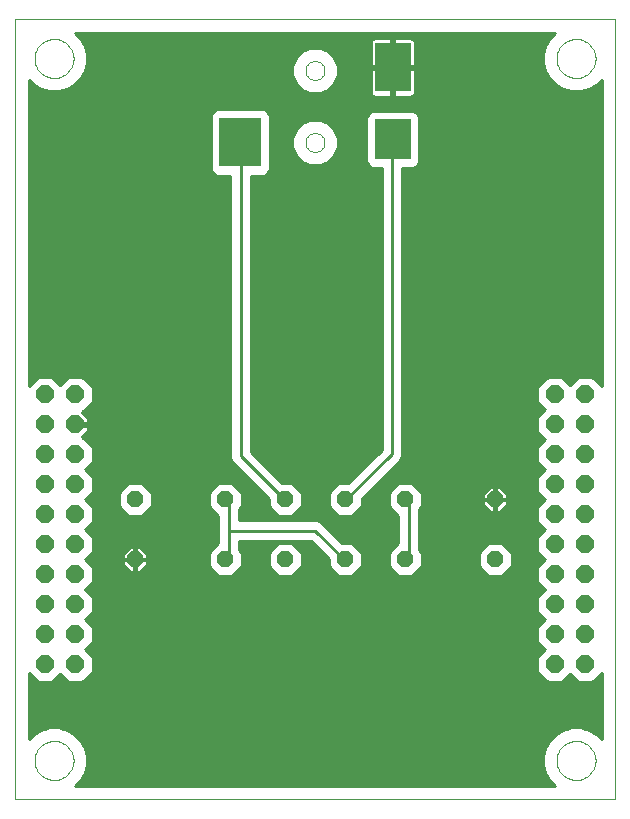
<source format=gtl>
G75*
G70*
%OFA0B0*%
%FSLAX24Y24*%
%IPPOS*%
%LPD*%
%AMOC8*
5,1,8,0,0,1.08239X$1,22.5*
%
%ADD10C,0.0000*%
%ADD11OC8,0.0520*%
%ADD12OC8,0.0594*%
%ADD13R,0.1189X0.1642*%
%ADD14R,0.1189X0.1327*%
%ADD15R,0.1386X0.1642*%
%ADD16C,0.0100*%
D10*
X000150Y000150D02*
X000150Y026150D01*
X020150Y026150D01*
X020150Y000150D01*
X000150Y000150D01*
X000800Y001450D02*
X000802Y001500D01*
X000808Y001550D01*
X000818Y001600D01*
X000831Y001648D01*
X000848Y001696D01*
X000869Y001742D01*
X000893Y001786D01*
X000921Y001828D01*
X000952Y001868D01*
X000986Y001905D01*
X001023Y001940D01*
X001062Y001971D01*
X001103Y002000D01*
X001147Y002025D01*
X001193Y002047D01*
X001240Y002065D01*
X001288Y002079D01*
X001337Y002090D01*
X001387Y002097D01*
X001437Y002100D01*
X001488Y002099D01*
X001538Y002094D01*
X001588Y002085D01*
X001636Y002073D01*
X001684Y002056D01*
X001730Y002036D01*
X001775Y002013D01*
X001818Y001986D01*
X001858Y001956D01*
X001896Y001923D01*
X001931Y001887D01*
X001964Y001848D01*
X001993Y001807D01*
X002019Y001764D01*
X002042Y001719D01*
X002061Y001672D01*
X002076Y001624D01*
X002088Y001575D01*
X002096Y001525D01*
X002100Y001475D01*
X002100Y001425D01*
X002096Y001375D01*
X002088Y001325D01*
X002076Y001276D01*
X002061Y001228D01*
X002042Y001181D01*
X002019Y001136D01*
X001993Y001093D01*
X001964Y001052D01*
X001931Y001013D01*
X001896Y000977D01*
X001858Y000944D01*
X001818Y000914D01*
X001775Y000887D01*
X001730Y000864D01*
X001684Y000844D01*
X001636Y000827D01*
X001588Y000815D01*
X001538Y000806D01*
X001488Y000801D01*
X001437Y000800D01*
X001387Y000803D01*
X001337Y000810D01*
X001288Y000821D01*
X001240Y000835D01*
X001193Y000853D01*
X001147Y000875D01*
X001103Y000900D01*
X001062Y000929D01*
X001023Y000960D01*
X000986Y000995D01*
X000952Y001032D01*
X000921Y001072D01*
X000893Y001114D01*
X000869Y001158D01*
X000848Y001204D01*
X000831Y001252D01*
X000818Y001300D01*
X000808Y001350D01*
X000802Y001400D01*
X000800Y001450D01*
X009835Y022050D02*
X009837Y022085D01*
X009843Y022120D01*
X009853Y022154D01*
X009866Y022187D01*
X009883Y022218D01*
X009904Y022246D01*
X009927Y022273D01*
X009954Y022296D01*
X009982Y022317D01*
X010013Y022334D01*
X010046Y022347D01*
X010080Y022357D01*
X010115Y022363D01*
X010150Y022365D01*
X010185Y022363D01*
X010220Y022357D01*
X010254Y022347D01*
X010287Y022334D01*
X010318Y022317D01*
X010346Y022296D01*
X010373Y022273D01*
X010396Y022246D01*
X010417Y022218D01*
X010434Y022187D01*
X010447Y022154D01*
X010457Y022120D01*
X010463Y022085D01*
X010465Y022050D01*
X010463Y022015D01*
X010457Y021980D01*
X010447Y021946D01*
X010434Y021913D01*
X010417Y021882D01*
X010396Y021854D01*
X010373Y021827D01*
X010346Y021804D01*
X010318Y021783D01*
X010287Y021766D01*
X010254Y021753D01*
X010220Y021743D01*
X010185Y021737D01*
X010150Y021735D01*
X010115Y021737D01*
X010080Y021743D01*
X010046Y021753D01*
X010013Y021766D01*
X009982Y021783D01*
X009954Y021804D01*
X009927Y021827D01*
X009904Y021854D01*
X009883Y021882D01*
X009866Y021913D01*
X009853Y021946D01*
X009843Y021980D01*
X009837Y022015D01*
X009835Y022050D01*
X009835Y024450D02*
X009837Y024485D01*
X009843Y024520D01*
X009853Y024554D01*
X009866Y024587D01*
X009883Y024618D01*
X009904Y024646D01*
X009927Y024673D01*
X009954Y024696D01*
X009982Y024717D01*
X010013Y024734D01*
X010046Y024747D01*
X010080Y024757D01*
X010115Y024763D01*
X010150Y024765D01*
X010185Y024763D01*
X010220Y024757D01*
X010254Y024747D01*
X010287Y024734D01*
X010318Y024717D01*
X010346Y024696D01*
X010373Y024673D01*
X010396Y024646D01*
X010417Y024618D01*
X010434Y024587D01*
X010447Y024554D01*
X010457Y024520D01*
X010463Y024485D01*
X010465Y024450D01*
X010463Y024415D01*
X010457Y024380D01*
X010447Y024346D01*
X010434Y024313D01*
X010417Y024282D01*
X010396Y024254D01*
X010373Y024227D01*
X010346Y024204D01*
X010318Y024183D01*
X010287Y024166D01*
X010254Y024153D01*
X010220Y024143D01*
X010185Y024137D01*
X010150Y024135D01*
X010115Y024137D01*
X010080Y024143D01*
X010046Y024153D01*
X010013Y024166D01*
X009982Y024183D01*
X009954Y024204D01*
X009927Y024227D01*
X009904Y024254D01*
X009883Y024282D01*
X009866Y024313D01*
X009853Y024346D01*
X009843Y024380D01*
X009837Y024415D01*
X009835Y024450D01*
X000800Y024850D02*
X000802Y024900D01*
X000808Y024950D01*
X000818Y025000D01*
X000831Y025048D01*
X000848Y025096D01*
X000869Y025142D01*
X000893Y025186D01*
X000921Y025228D01*
X000952Y025268D01*
X000986Y025305D01*
X001023Y025340D01*
X001062Y025371D01*
X001103Y025400D01*
X001147Y025425D01*
X001193Y025447D01*
X001240Y025465D01*
X001288Y025479D01*
X001337Y025490D01*
X001387Y025497D01*
X001437Y025500D01*
X001488Y025499D01*
X001538Y025494D01*
X001588Y025485D01*
X001636Y025473D01*
X001684Y025456D01*
X001730Y025436D01*
X001775Y025413D01*
X001818Y025386D01*
X001858Y025356D01*
X001896Y025323D01*
X001931Y025287D01*
X001964Y025248D01*
X001993Y025207D01*
X002019Y025164D01*
X002042Y025119D01*
X002061Y025072D01*
X002076Y025024D01*
X002088Y024975D01*
X002096Y024925D01*
X002100Y024875D01*
X002100Y024825D01*
X002096Y024775D01*
X002088Y024725D01*
X002076Y024676D01*
X002061Y024628D01*
X002042Y024581D01*
X002019Y024536D01*
X001993Y024493D01*
X001964Y024452D01*
X001931Y024413D01*
X001896Y024377D01*
X001858Y024344D01*
X001818Y024314D01*
X001775Y024287D01*
X001730Y024264D01*
X001684Y024244D01*
X001636Y024227D01*
X001588Y024215D01*
X001538Y024206D01*
X001488Y024201D01*
X001437Y024200D01*
X001387Y024203D01*
X001337Y024210D01*
X001288Y024221D01*
X001240Y024235D01*
X001193Y024253D01*
X001147Y024275D01*
X001103Y024300D01*
X001062Y024329D01*
X001023Y024360D01*
X000986Y024395D01*
X000952Y024432D01*
X000921Y024472D01*
X000893Y024514D01*
X000869Y024558D01*
X000848Y024604D01*
X000831Y024652D01*
X000818Y024700D01*
X000808Y024750D01*
X000802Y024800D01*
X000800Y024850D01*
X018200Y024850D02*
X018202Y024900D01*
X018208Y024950D01*
X018218Y025000D01*
X018231Y025048D01*
X018248Y025096D01*
X018269Y025142D01*
X018293Y025186D01*
X018321Y025228D01*
X018352Y025268D01*
X018386Y025305D01*
X018423Y025340D01*
X018462Y025371D01*
X018503Y025400D01*
X018547Y025425D01*
X018593Y025447D01*
X018640Y025465D01*
X018688Y025479D01*
X018737Y025490D01*
X018787Y025497D01*
X018837Y025500D01*
X018888Y025499D01*
X018938Y025494D01*
X018988Y025485D01*
X019036Y025473D01*
X019084Y025456D01*
X019130Y025436D01*
X019175Y025413D01*
X019218Y025386D01*
X019258Y025356D01*
X019296Y025323D01*
X019331Y025287D01*
X019364Y025248D01*
X019393Y025207D01*
X019419Y025164D01*
X019442Y025119D01*
X019461Y025072D01*
X019476Y025024D01*
X019488Y024975D01*
X019496Y024925D01*
X019500Y024875D01*
X019500Y024825D01*
X019496Y024775D01*
X019488Y024725D01*
X019476Y024676D01*
X019461Y024628D01*
X019442Y024581D01*
X019419Y024536D01*
X019393Y024493D01*
X019364Y024452D01*
X019331Y024413D01*
X019296Y024377D01*
X019258Y024344D01*
X019218Y024314D01*
X019175Y024287D01*
X019130Y024264D01*
X019084Y024244D01*
X019036Y024227D01*
X018988Y024215D01*
X018938Y024206D01*
X018888Y024201D01*
X018837Y024200D01*
X018787Y024203D01*
X018737Y024210D01*
X018688Y024221D01*
X018640Y024235D01*
X018593Y024253D01*
X018547Y024275D01*
X018503Y024300D01*
X018462Y024329D01*
X018423Y024360D01*
X018386Y024395D01*
X018352Y024432D01*
X018321Y024472D01*
X018293Y024514D01*
X018269Y024558D01*
X018248Y024604D01*
X018231Y024652D01*
X018218Y024700D01*
X018208Y024750D01*
X018202Y024800D01*
X018200Y024850D01*
X018200Y001450D02*
X018202Y001500D01*
X018208Y001550D01*
X018218Y001600D01*
X018231Y001648D01*
X018248Y001696D01*
X018269Y001742D01*
X018293Y001786D01*
X018321Y001828D01*
X018352Y001868D01*
X018386Y001905D01*
X018423Y001940D01*
X018462Y001971D01*
X018503Y002000D01*
X018547Y002025D01*
X018593Y002047D01*
X018640Y002065D01*
X018688Y002079D01*
X018737Y002090D01*
X018787Y002097D01*
X018837Y002100D01*
X018888Y002099D01*
X018938Y002094D01*
X018988Y002085D01*
X019036Y002073D01*
X019084Y002056D01*
X019130Y002036D01*
X019175Y002013D01*
X019218Y001986D01*
X019258Y001956D01*
X019296Y001923D01*
X019331Y001887D01*
X019364Y001848D01*
X019393Y001807D01*
X019419Y001764D01*
X019442Y001719D01*
X019461Y001672D01*
X019476Y001624D01*
X019488Y001575D01*
X019496Y001525D01*
X019500Y001475D01*
X019500Y001425D01*
X019496Y001375D01*
X019488Y001325D01*
X019476Y001276D01*
X019461Y001228D01*
X019442Y001181D01*
X019419Y001136D01*
X019393Y001093D01*
X019364Y001052D01*
X019331Y001013D01*
X019296Y000977D01*
X019258Y000944D01*
X019218Y000914D01*
X019175Y000887D01*
X019130Y000864D01*
X019084Y000844D01*
X019036Y000827D01*
X018988Y000815D01*
X018938Y000806D01*
X018888Y000801D01*
X018837Y000800D01*
X018787Y000803D01*
X018737Y000810D01*
X018688Y000821D01*
X018640Y000835D01*
X018593Y000853D01*
X018547Y000875D01*
X018503Y000900D01*
X018462Y000929D01*
X018423Y000960D01*
X018386Y000995D01*
X018352Y001032D01*
X018321Y001072D01*
X018293Y001114D01*
X018269Y001158D01*
X018248Y001204D01*
X018231Y001252D01*
X018218Y001300D01*
X018208Y001350D01*
X018202Y001400D01*
X018200Y001450D01*
D11*
X016150Y008150D03*
X016150Y010150D03*
X013150Y010150D03*
X013150Y008150D03*
X011150Y008150D03*
X011150Y010150D03*
X009150Y010150D03*
X009150Y008150D03*
X007150Y008150D03*
X007150Y010150D03*
X004150Y010150D03*
X004150Y008150D03*
D12*
X002150Y007650D03*
X002150Y006650D03*
X002150Y005650D03*
X002150Y004650D03*
X001150Y004650D03*
X001150Y005650D03*
X001150Y006650D03*
X001150Y007650D03*
X001150Y008650D03*
X001150Y009650D03*
X001150Y010650D03*
X001150Y011650D03*
X001150Y012650D03*
X001150Y013650D03*
X002150Y013650D03*
X002150Y012650D03*
X002150Y011650D03*
X002150Y010650D03*
X002150Y009650D03*
X002150Y008650D03*
X018150Y008650D03*
X018150Y009650D03*
X018150Y010650D03*
X018150Y011650D03*
X018150Y012650D03*
X018150Y013650D03*
X019150Y013650D03*
X019150Y012650D03*
X019150Y011650D03*
X019150Y010650D03*
X019150Y009650D03*
X019150Y008650D03*
X019150Y007650D03*
X019150Y006650D03*
X019150Y005650D03*
X019150Y004650D03*
X018150Y004650D03*
X018150Y005650D03*
X018150Y006650D03*
X018150Y007650D03*
D13*
X012744Y024550D03*
D14*
X012744Y022150D03*
D15*
X007657Y022050D03*
D16*
X007670Y021990D01*
X007670Y011590D01*
X009110Y010150D01*
X009150Y010150D01*
X009700Y010197D02*
X010600Y010197D01*
X010600Y010099D02*
X009700Y010099D01*
X009700Y010000D02*
X010600Y010000D01*
X010600Y009922D02*
X010922Y009600D01*
X011378Y009600D01*
X011700Y009922D01*
X011700Y010179D01*
X012903Y011382D01*
X012998Y011477D01*
X013050Y011602D01*
X013050Y021197D01*
X013397Y021197D01*
X013503Y021241D01*
X013585Y021322D01*
X013629Y021429D01*
X013629Y022871D01*
X013585Y022978D01*
X013503Y023059D01*
X013397Y023103D01*
X012092Y023103D01*
X011986Y023059D01*
X011904Y022978D01*
X011860Y022871D01*
X011860Y021429D01*
X011904Y021322D01*
X011986Y021241D01*
X012092Y021197D01*
X012370Y021197D01*
X012370Y011811D01*
X011259Y010700D01*
X010922Y010700D01*
X010600Y010378D01*
X010600Y009922D01*
X010621Y009902D02*
X009679Y009902D01*
X009700Y009922D02*
X009700Y010378D01*
X009378Y010700D01*
X009041Y010700D01*
X008010Y011731D01*
X008010Y020939D01*
X008408Y020939D01*
X008514Y020983D01*
X008596Y021065D01*
X008640Y021171D01*
X008640Y022929D01*
X008596Y023035D01*
X008514Y023117D01*
X008408Y023161D01*
X006906Y023161D01*
X006800Y023117D01*
X006718Y023035D01*
X006674Y022929D01*
X006674Y021171D01*
X006718Y021065D01*
X006800Y020983D01*
X006906Y020939D01*
X007330Y020939D01*
X007330Y011522D01*
X007382Y011397D01*
X007477Y011302D01*
X008600Y010179D01*
X008600Y009922D01*
X008922Y009600D01*
X009378Y009600D01*
X009700Y009922D01*
X009581Y009803D02*
X010719Y009803D01*
X010818Y009705D02*
X009482Y009705D01*
X009384Y009606D02*
X010916Y009606D01*
X010529Y009212D02*
X012930Y009212D01*
X012930Y009114D02*
X010627Y009114D01*
X010726Y009015D02*
X012930Y009015D01*
X012930Y008917D02*
X010824Y008917D01*
X010923Y008818D02*
X012930Y008818D01*
X012930Y008720D02*
X011021Y008720D01*
X011041Y008700D02*
X010438Y009303D01*
X010343Y009398D01*
X010218Y009450D01*
X007610Y009450D01*
X007610Y009832D01*
X007700Y009922D01*
X007700Y010378D01*
X007378Y010700D01*
X006922Y010700D01*
X006600Y010378D01*
X006600Y009922D01*
X006922Y009600D01*
X006930Y009600D01*
X006930Y008700D01*
X006922Y008700D01*
X006600Y008378D01*
X006600Y007922D01*
X006922Y007600D01*
X007378Y007600D01*
X007700Y007922D01*
X007700Y008378D01*
X007610Y008468D01*
X007610Y008770D01*
X010009Y008770D01*
X010600Y008179D01*
X010600Y007922D01*
X010922Y007600D01*
X011378Y007600D01*
X011700Y007922D01*
X011700Y008378D01*
X011378Y008700D01*
X011041Y008700D01*
X011457Y008621D02*
X012843Y008621D01*
X012922Y008700D02*
X012600Y008378D01*
X012600Y007922D01*
X012922Y007600D01*
X013378Y007600D01*
X013700Y007922D01*
X013700Y008378D01*
X013610Y008468D01*
X013610Y009832D01*
X013700Y009922D01*
X013700Y010378D01*
X013378Y010700D01*
X012922Y010700D01*
X012600Y010378D01*
X012600Y009922D01*
X012922Y009600D01*
X012930Y009600D01*
X012930Y008700D01*
X012922Y008700D01*
X012745Y008523D02*
X011555Y008523D01*
X011654Y008424D02*
X012646Y008424D01*
X012600Y008326D02*
X011700Y008326D01*
X011700Y008227D02*
X012600Y008227D01*
X012600Y008129D02*
X011700Y008129D01*
X011700Y008030D02*
X012600Y008030D01*
X012600Y007932D02*
X011700Y007932D01*
X011611Y007833D02*
X012689Y007833D01*
X012788Y007735D02*
X011512Y007735D01*
X011414Y007636D02*
X012886Y007636D01*
X013150Y008150D02*
X013190Y008150D01*
X013270Y008230D01*
X013270Y010070D01*
X013190Y010150D01*
X013150Y010150D01*
X012600Y010197D02*
X011718Y010197D01*
X011700Y010099D02*
X012600Y010099D01*
X012600Y010000D02*
X011700Y010000D01*
X011679Y009902D02*
X012621Y009902D01*
X012719Y009803D02*
X011581Y009803D01*
X011482Y009705D02*
X012818Y009705D01*
X012916Y009606D02*
X011384Y009606D01*
X011190Y010150D02*
X011150Y010150D01*
X011190Y010150D02*
X012710Y011670D01*
X012710Y022150D01*
X012744Y022150D01*
X012085Y023101D02*
X008530Y023101D01*
X008610Y023002D02*
X011929Y023002D01*
X011873Y022904D02*
X008640Y022904D01*
X008640Y022805D02*
X009974Y022805D01*
X009998Y022815D02*
X009717Y022699D01*
X009501Y022483D01*
X009385Y022202D01*
X009385Y021898D01*
X009501Y021617D01*
X009717Y021401D01*
X009998Y021285D01*
X010302Y021285D01*
X010583Y021401D01*
X010799Y021617D01*
X010915Y021898D01*
X010915Y022202D01*
X010799Y022483D01*
X010583Y022699D01*
X010302Y022815D01*
X009998Y022815D01*
X010326Y022805D02*
X011860Y022805D01*
X011860Y022707D02*
X010564Y022707D01*
X010674Y022608D02*
X011860Y022608D01*
X011860Y022510D02*
X010772Y022510D01*
X010828Y022411D02*
X011860Y022411D01*
X011860Y022313D02*
X010869Y022313D01*
X010910Y022214D02*
X011860Y022214D01*
X011860Y022116D02*
X010915Y022116D01*
X010915Y022017D02*
X011860Y022017D01*
X011860Y021919D02*
X010915Y021919D01*
X010883Y021820D02*
X011860Y021820D01*
X011860Y021722D02*
X010842Y021722D01*
X010801Y021623D02*
X011860Y021623D01*
X011860Y021525D02*
X010706Y021525D01*
X010608Y021426D02*
X011861Y021426D01*
X011902Y021328D02*
X010405Y021328D01*
X009895Y021328D02*
X008640Y021328D01*
X008640Y021426D02*
X009692Y021426D01*
X009594Y021525D02*
X008640Y021525D01*
X008640Y021623D02*
X009499Y021623D01*
X009458Y021722D02*
X008640Y021722D01*
X008640Y021820D02*
X009417Y021820D01*
X009385Y021919D02*
X008640Y021919D01*
X008640Y022017D02*
X009385Y022017D01*
X009385Y022116D02*
X008640Y022116D01*
X008640Y022214D02*
X009390Y022214D01*
X009431Y022313D02*
X008640Y022313D01*
X008640Y022411D02*
X009472Y022411D01*
X009528Y022510D02*
X008640Y022510D01*
X008640Y022608D02*
X009626Y022608D01*
X009736Y022707D02*
X008640Y022707D01*
X009531Y023987D02*
X002143Y023987D01*
X002125Y023970D02*
X002330Y024175D01*
X002475Y024425D01*
X002550Y024705D01*
X002550Y024995D01*
X002475Y025275D01*
X002330Y025525D01*
X002156Y025700D01*
X018144Y025700D01*
X017970Y025525D01*
X017825Y025275D01*
X017750Y024995D01*
X017750Y024705D01*
X017825Y024425D01*
X017970Y024175D01*
X018175Y023970D01*
X018425Y023825D01*
X018705Y023750D01*
X018995Y023750D01*
X019275Y023825D01*
X019525Y023970D01*
X019700Y024144D01*
X019700Y013930D01*
X019393Y014237D01*
X018907Y014237D01*
X018650Y013980D01*
X018393Y014237D01*
X017907Y014237D01*
X017563Y013893D01*
X017563Y013407D01*
X017820Y013150D01*
X017563Y012893D01*
X017563Y012407D01*
X017820Y012150D01*
X017563Y011893D01*
X017563Y011407D01*
X017820Y011150D01*
X017563Y010893D01*
X017563Y010407D01*
X017820Y010150D01*
X017563Y009893D01*
X017563Y009407D01*
X017820Y009150D01*
X017563Y008893D01*
X017563Y008407D01*
X017820Y008150D01*
X017563Y007893D01*
X017563Y007407D01*
X017820Y007150D01*
X017563Y006893D01*
X017563Y006407D01*
X017820Y006150D01*
X017563Y005893D01*
X017563Y005407D01*
X017820Y005150D01*
X017563Y004893D01*
X017563Y004407D01*
X017907Y004063D01*
X018393Y004063D01*
X018650Y004320D01*
X018907Y004063D01*
X019393Y004063D01*
X019700Y004370D01*
X019700Y002156D01*
X019525Y002330D01*
X019275Y002475D01*
X018995Y002550D01*
X018705Y002550D01*
X018425Y002475D01*
X018175Y002330D01*
X017970Y002125D01*
X017825Y001875D01*
X017750Y001595D01*
X017750Y001305D01*
X017825Y001025D01*
X017970Y000775D01*
X018144Y000600D01*
X002156Y000600D01*
X002330Y000775D01*
X002475Y001025D01*
X002550Y001305D01*
X002550Y001595D01*
X002475Y001875D01*
X002330Y002125D01*
X002125Y002330D01*
X001875Y002475D01*
X001595Y002550D01*
X001305Y002550D01*
X001025Y002475D01*
X000775Y002330D01*
X000600Y002156D01*
X000600Y004370D01*
X000907Y004063D01*
X001393Y004063D01*
X001650Y004320D01*
X001907Y004063D01*
X002393Y004063D01*
X002737Y004407D01*
X002737Y004893D01*
X002480Y005150D01*
X002737Y005407D01*
X002737Y005893D01*
X002480Y006150D01*
X002737Y006407D01*
X002737Y006893D01*
X002480Y007150D01*
X002737Y007407D01*
X002737Y007893D01*
X002480Y008150D01*
X002737Y008407D01*
X002737Y008893D01*
X002480Y009150D01*
X002737Y009407D01*
X002737Y009893D01*
X002480Y010150D01*
X002737Y010407D01*
X002737Y010893D01*
X002480Y011150D01*
X002737Y011407D01*
X002737Y011893D01*
X002393Y012237D01*
X002369Y012237D01*
X002597Y012465D01*
X002597Y012602D01*
X002198Y012602D01*
X002198Y012698D01*
X002597Y012698D01*
X002597Y012835D01*
X002369Y013063D01*
X002393Y013063D01*
X002737Y013407D01*
X002737Y013893D01*
X002393Y014237D01*
X001907Y014237D01*
X001650Y013980D01*
X001393Y014237D01*
X000907Y014237D01*
X000600Y013930D01*
X000600Y024144D01*
X000775Y023970D01*
X001025Y023825D01*
X001305Y023750D01*
X001595Y023750D01*
X001875Y023825D01*
X002125Y023970D01*
X001985Y023889D02*
X009630Y023889D01*
X009717Y023801D02*
X009998Y023685D01*
X010302Y023685D01*
X010583Y023801D01*
X010799Y024017D01*
X010915Y024298D01*
X010915Y024602D01*
X010799Y024883D01*
X010583Y025099D01*
X010302Y025215D01*
X009998Y025215D01*
X009717Y025099D01*
X009501Y024883D01*
X009385Y024602D01*
X009385Y024298D01*
X009501Y024017D01*
X009717Y023801D01*
X009744Y023790D02*
X001744Y023790D01*
X002241Y024086D02*
X009473Y024086D01*
X009432Y024184D02*
X002336Y024184D01*
X002393Y024283D02*
X009391Y024283D01*
X009385Y024381D02*
X002449Y024381D01*
X002490Y024480D02*
X009385Y024480D01*
X009385Y024578D02*
X002516Y024578D01*
X002542Y024677D02*
X009416Y024677D01*
X009457Y024775D02*
X002550Y024775D01*
X002550Y024874D02*
X009497Y024874D01*
X009590Y024972D02*
X002550Y024972D01*
X002530Y025071D02*
X009689Y025071D01*
X009887Y025169D02*
X002503Y025169D01*
X002477Y025268D02*
X012000Y025268D01*
X012000Y025366D02*
X002422Y025366D01*
X002365Y025465D02*
X012032Y025465D01*
X012030Y025463D02*
X012010Y025429D01*
X012000Y025391D01*
X012000Y024600D01*
X012694Y024600D01*
X012694Y024500D01*
X012000Y024500D01*
X012000Y023709D01*
X012010Y023671D01*
X012030Y023637D01*
X012058Y023609D01*
X012092Y023589D01*
X012130Y023579D01*
X012694Y023579D01*
X012694Y024500D01*
X012794Y024500D01*
X012794Y023579D01*
X013359Y023579D01*
X013397Y023589D01*
X013431Y023609D01*
X013459Y023637D01*
X013479Y023671D01*
X013489Y023709D01*
X013489Y024500D01*
X012794Y024500D01*
X012794Y024600D01*
X012694Y024600D01*
X012694Y025521D01*
X012130Y025521D01*
X012092Y025511D01*
X012058Y025491D01*
X012030Y025463D01*
X012000Y025169D02*
X010413Y025169D01*
X010611Y025071D02*
X012000Y025071D01*
X012000Y024972D02*
X010710Y024972D01*
X010803Y024874D02*
X012000Y024874D01*
X012000Y024775D02*
X010843Y024775D01*
X010884Y024677D02*
X012000Y024677D01*
X012000Y024480D02*
X010915Y024480D01*
X010915Y024578D02*
X012694Y024578D01*
X012694Y024480D02*
X012794Y024480D01*
X012794Y024578D02*
X017784Y024578D01*
X017810Y024480D02*
X013489Y024480D01*
X013489Y024381D02*
X017851Y024381D01*
X017907Y024283D02*
X013489Y024283D01*
X013489Y024184D02*
X017964Y024184D01*
X018059Y024086D02*
X013489Y024086D01*
X013489Y023987D02*
X018157Y023987D01*
X018315Y023889D02*
X013489Y023889D01*
X013489Y023790D02*
X018556Y023790D01*
X019144Y023790D02*
X019700Y023790D01*
X019700Y023692D02*
X013484Y023692D01*
X013403Y023593D02*
X019700Y023593D01*
X019700Y023495D02*
X000600Y023495D01*
X000600Y023593D02*
X012086Y023593D01*
X012005Y023692D02*
X010318Y023692D01*
X010556Y023790D02*
X012000Y023790D01*
X012000Y023889D02*
X010670Y023889D01*
X010769Y023987D02*
X012000Y023987D01*
X012000Y024086D02*
X010827Y024086D01*
X010868Y024184D02*
X012000Y024184D01*
X012000Y024283D02*
X010909Y024283D01*
X010915Y024381D02*
X012000Y024381D01*
X012694Y024381D02*
X012794Y024381D01*
X012794Y024283D02*
X012694Y024283D01*
X012694Y024184D02*
X012794Y024184D01*
X012794Y024086D02*
X012694Y024086D01*
X012694Y023987D02*
X012794Y023987D01*
X012794Y023889D02*
X012694Y023889D01*
X012694Y023790D02*
X012794Y023790D01*
X012794Y023692D02*
X012694Y023692D01*
X012694Y023593D02*
X012794Y023593D01*
X013403Y023101D02*
X019700Y023101D01*
X019700Y023199D02*
X000600Y023199D01*
X000600Y023101D02*
X006784Y023101D01*
X006705Y023002D02*
X000600Y023002D01*
X000600Y022904D02*
X006674Y022904D01*
X006674Y022805D02*
X000600Y022805D01*
X000600Y022707D02*
X006674Y022707D01*
X006674Y022608D02*
X000600Y022608D01*
X000600Y022510D02*
X006674Y022510D01*
X006674Y022411D02*
X000600Y022411D01*
X000600Y022313D02*
X006674Y022313D01*
X006674Y022214D02*
X000600Y022214D01*
X000600Y022116D02*
X006674Y022116D01*
X006674Y022017D02*
X000600Y022017D01*
X000600Y021919D02*
X006674Y021919D01*
X006674Y021820D02*
X000600Y021820D01*
X000600Y021722D02*
X006674Y021722D01*
X006674Y021623D02*
X000600Y021623D01*
X000600Y021525D02*
X006674Y021525D01*
X006674Y021426D02*
X000600Y021426D01*
X000600Y021328D02*
X006674Y021328D01*
X006674Y021229D02*
X000600Y021229D01*
X000600Y021131D02*
X006691Y021131D01*
X006751Y021032D02*
X000600Y021032D01*
X000600Y020934D02*
X007330Y020934D01*
X007330Y020835D02*
X000600Y020835D01*
X000600Y020737D02*
X007330Y020737D01*
X007330Y020638D02*
X000600Y020638D01*
X000600Y020540D02*
X007330Y020540D01*
X007330Y020441D02*
X000600Y020441D01*
X000600Y020343D02*
X007330Y020343D01*
X007330Y020244D02*
X000600Y020244D01*
X000600Y020146D02*
X007330Y020146D01*
X007330Y020047D02*
X000600Y020047D01*
X000600Y019949D02*
X007330Y019949D01*
X007330Y019850D02*
X000600Y019850D01*
X000600Y019752D02*
X007330Y019752D01*
X007330Y019653D02*
X000600Y019653D01*
X000600Y019555D02*
X007330Y019555D01*
X007330Y019456D02*
X000600Y019456D01*
X000600Y019358D02*
X007330Y019358D01*
X007330Y019259D02*
X000600Y019259D01*
X000600Y019161D02*
X007330Y019161D01*
X007330Y019062D02*
X000600Y019062D01*
X000600Y018964D02*
X007330Y018964D01*
X007330Y018865D02*
X000600Y018865D01*
X000600Y018767D02*
X007330Y018767D01*
X007330Y018668D02*
X000600Y018668D01*
X000600Y018570D02*
X007330Y018570D01*
X007330Y018471D02*
X000600Y018471D01*
X000600Y018373D02*
X007330Y018373D01*
X007330Y018274D02*
X000600Y018274D01*
X000600Y018176D02*
X007330Y018176D01*
X007330Y018077D02*
X000600Y018077D01*
X000600Y017979D02*
X007330Y017979D01*
X007330Y017880D02*
X000600Y017880D01*
X000600Y017782D02*
X007330Y017782D01*
X007330Y017683D02*
X000600Y017683D01*
X000600Y017585D02*
X007330Y017585D01*
X007330Y017486D02*
X000600Y017486D01*
X000600Y017388D02*
X007330Y017388D01*
X007330Y017289D02*
X000600Y017289D01*
X000600Y017191D02*
X007330Y017191D01*
X007330Y017092D02*
X000600Y017092D01*
X000600Y016994D02*
X007330Y016994D01*
X007330Y016895D02*
X000600Y016895D01*
X000600Y016797D02*
X007330Y016797D01*
X007330Y016698D02*
X000600Y016698D01*
X000600Y016600D02*
X007330Y016600D01*
X007330Y016501D02*
X000600Y016501D01*
X000600Y016403D02*
X007330Y016403D01*
X007330Y016304D02*
X000600Y016304D01*
X000600Y016206D02*
X007330Y016206D01*
X007330Y016107D02*
X000600Y016107D01*
X000600Y016009D02*
X007330Y016009D01*
X007330Y015910D02*
X000600Y015910D01*
X000600Y015812D02*
X007330Y015812D01*
X007330Y015713D02*
X000600Y015713D01*
X000600Y015615D02*
X007330Y015615D01*
X007330Y015516D02*
X000600Y015516D01*
X000600Y015418D02*
X007330Y015418D01*
X007330Y015319D02*
X000600Y015319D01*
X000600Y015221D02*
X007330Y015221D01*
X007330Y015122D02*
X000600Y015122D01*
X000600Y015024D02*
X007330Y015024D01*
X007330Y014925D02*
X000600Y014925D01*
X000600Y014827D02*
X007330Y014827D01*
X007330Y014728D02*
X000600Y014728D01*
X000600Y014630D02*
X007330Y014630D01*
X007330Y014531D02*
X000600Y014531D01*
X000600Y014433D02*
X007330Y014433D01*
X007330Y014334D02*
X000600Y014334D01*
X000600Y014236D02*
X000906Y014236D01*
X000807Y014137D02*
X000600Y014137D01*
X000600Y014039D02*
X000709Y014039D01*
X000610Y013940D02*
X000600Y013940D01*
X001394Y014236D02*
X001906Y014236D01*
X001807Y014137D02*
X001493Y014137D01*
X001591Y014039D02*
X001709Y014039D01*
X002394Y014236D02*
X007330Y014236D01*
X007330Y014137D02*
X002493Y014137D01*
X002591Y014039D02*
X007330Y014039D01*
X007330Y013940D02*
X002690Y013940D01*
X002737Y013842D02*
X007330Y013842D01*
X007330Y013743D02*
X002737Y013743D01*
X002737Y013645D02*
X007330Y013645D01*
X007330Y013546D02*
X002737Y013546D01*
X002737Y013448D02*
X007330Y013448D01*
X007330Y013349D02*
X002679Y013349D01*
X002580Y013251D02*
X007330Y013251D01*
X007330Y013152D02*
X002482Y013152D01*
X002378Y013054D02*
X007330Y013054D01*
X007330Y012955D02*
X002477Y012955D01*
X002575Y012857D02*
X007330Y012857D01*
X007330Y012758D02*
X002597Y012758D01*
X002597Y012561D02*
X007330Y012561D01*
X007330Y012463D02*
X002594Y012463D01*
X002496Y012364D02*
X007330Y012364D01*
X007330Y012266D02*
X002397Y012266D01*
X002463Y012167D02*
X007330Y012167D01*
X007330Y012069D02*
X002561Y012069D01*
X002660Y011970D02*
X007330Y011970D01*
X007330Y011872D02*
X002737Y011872D01*
X002737Y011773D02*
X007330Y011773D01*
X007330Y011675D02*
X002737Y011675D01*
X002737Y011576D02*
X007330Y011576D01*
X007349Y011478D02*
X002737Y011478D01*
X002709Y011379D02*
X007400Y011379D01*
X007499Y011281D02*
X002610Y011281D01*
X002512Y011182D02*
X007597Y011182D01*
X007696Y011084D02*
X002546Y011084D01*
X002645Y010985D02*
X007794Y010985D01*
X007893Y010887D02*
X002737Y010887D01*
X002737Y010788D02*
X007991Y010788D01*
X008090Y010690D02*
X007388Y010690D01*
X007487Y010591D02*
X008188Y010591D01*
X008287Y010493D02*
X007585Y010493D01*
X007684Y010394D02*
X008385Y010394D01*
X008484Y010296D02*
X007700Y010296D01*
X007700Y010197D02*
X008582Y010197D01*
X008600Y010099D02*
X007700Y010099D01*
X007700Y010000D02*
X008600Y010000D01*
X008621Y009902D02*
X007679Y009902D01*
X007610Y009803D02*
X008719Y009803D01*
X008818Y009705D02*
X007610Y009705D01*
X007610Y009606D02*
X008916Y009606D01*
X008922Y008700D02*
X008600Y008378D01*
X008600Y007922D01*
X008922Y007600D01*
X009378Y007600D01*
X009700Y007922D01*
X009700Y008378D01*
X009378Y008700D01*
X008922Y008700D01*
X008843Y008621D02*
X007610Y008621D01*
X007610Y008523D02*
X008745Y008523D01*
X008646Y008424D02*
X007654Y008424D01*
X007700Y008326D02*
X008600Y008326D01*
X008600Y008227D02*
X007700Y008227D01*
X007700Y008129D02*
X008600Y008129D01*
X008600Y008030D02*
X007700Y008030D01*
X007700Y007932D02*
X008600Y007932D01*
X008689Y007833D02*
X007611Y007833D01*
X007512Y007735D02*
X008788Y007735D01*
X008886Y007636D02*
X007414Y007636D01*
X007190Y008150D02*
X007150Y008150D01*
X007190Y008150D02*
X007270Y008230D01*
X007270Y009110D01*
X010150Y009110D01*
X011110Y008150D01*
X011150Y008150D01*
X010600Y008129D02*
X009700Y008129D01*
X009700Y008227D02*
X010552Y008227D01*
X010454Y008326D02*
X009700Y008326D01*
X009654Y008424D02*
X010355Y008424D01*
X010257Y008523D02*
X009555Y008523D01*
X009457Y008621D02*
X010158Y008621D01*
X010060Y008720D02*
X007610Y008720D01*
X007270Y009110D02*
X007270Y010070D01*
X007190Y010150D01*
X007150Y010150D01*
X006719Y009803D02*
X004581Y009803D01*
X004679Y009902D02*
X006621Y009902D01*
X006600Y010000D02*
X004700Y010000D01*
X004700Y009922D02*
X004378Y009600D01*
X003922Y009600D01*
X003600Y009922D01*
X003600Y010378D01*
X003922Y010700D01*
X004378Y010700D01*
X004700Y010378D01*
X004700Y009922D01*
X004700Y010099D02*
X006600Y010099D01*
X006600Y010197D02*
X004700Y010197D01*
X004700Y010296D02*
X006600Y010296D01*
X006616Y010394D02*
X004684Y010394D01*
X004585Y010493D02*
X006715Y010493D01*
X006813Y010591D02*
X004487Y010591D01*
X004388Y010690D02*
X006912Y010690D01*
X006818Y009705D02*
X004482Y009705D01*
X004384Y009606D02*
X006916Y009606D01*
X006930Y009508D02*
X002737Y009508D01*
X002737Y009606D02*
X003916Y009606D01*
X003818Y009705D02*
X002737Y009705D01*
X002737Y009803D02*
X003719Y009803D01*
X003621Y009902D02*
X002728Y009902D01*
X002630Y010000D02*
X003600Y010000D01*
X003600Y010099D02*
X002531Y010099D01*
X002527Y010197D02*
X003600Y010197D01*
X003600Y010296D02*
X002625Y010296D01*
X002724Y010394D02*
X003616Y010394D01*
X003715Y010493D02*
X002737Y010493D01*
X002737Y010591D02*
X003813Y010591D01*
X003912Y010690D02*
X002737Y010690D01*
X002737Y009409D02*
X006930Y009409D01*
X006930Y009311D02*
X002640Y009311D01*
X002542Y009212D02*
X006930Y009212D01*
X006930Y009114D02*
X002516Y009114D01*
X002615Y009015D02*
X006930Y009015D01*
X006930Y008917D02*
X002713Y008917D01*
X002737Y008818D02*
X006930Y008818D01*
X006930Y008720D02*
X002737Y008720D01*
X002737Y008621D02*
X006843Y008621D01*
X006745Y008523D02*
X004357Y008523D01*
X004320Y008560D02*
X004180Y008560D01*
X004180Y008180D01*
X004560Y008180D01*
X004560Y008320D01*
X004320Y008560D01*
X004180Y008523D02*
X004120Y008523D01*
X004120Y008560D02*
X003980Y008560D01*
X003740Y008320D01*
X003740Y008180D01*
X004120Y008180D01*
X004120Y008560D01*
X004120Y008424D02*
X004180Y008424D01*
X004180Y008326D02*
X004120Y008326D01*
X004120Y008227D02*
X004180Y008227D01*
X004180Y008180D02*
X004120Y008180D01*
X004120Y008120D01*
X004180Y008120D01*
X004180Y008180D01*
X004180Y008129D02*
X006600Y008129D01*
X006600Y008227D02*
X004560Y008227D01*
X004554Y008326D02*
X006600Y008326D01*
X006646Y008424D02*
X004456Y008424D01*
X004560Y008120D02*
X004180Y008120D01*
X004180Y007740D01*
X004320Y007740D01*
X004560Y007980D01*
X004560Y008120D01*
X004560Y008030D02*
X006600Y008030D01*
X006600Y007932D02*
X004511Y007932D01*
X004413Y007833D02*
X006689Y007833D01*
X006788Y007735D02*
X002737Y007735D01*
X002737Y007833D02*
X003887Y007833D01*
X003980Y007740D02*
X004120Y007740D01*
X004120Y008120D01*
X003740Y008120D01*
X003740Y007980D01*
X003980Y007740D01*
X004120Y007833D02*
X004180Y007833D01*
X004180Y007932D02*
X004120Y007932D01*
X004120Y008030D02*
X004180Y008030D01*
X004120Y008129D02*
X002501Y008129D01*
X002557Y008227D02*
X003740Y008227D01*
X003746Y008326D02*
X002655Y008326D01*
X002737Y008424D02*
X003844Y008424D01*
X003943Y008523D02*
X002737Y008523D01*
X002600Y008030D02*
X003740Y008030D01*
X003789Y007932D02*
X002698Y007932D01*
X002737Y007636D02*
X006886Y007636D01*
X007610Y009508D02*
X012930Y009508D01*
X012930Y009409D02*
X010317Y009409D01*
X010430Y009311D02*
X012930Y009311D01*
X013610Y009311D02*
X017660Y009311D01*
X017563Y009409D02*
X013610Y009409D01*
X013610Y009508D02*
X017563Y009508D01*
X017563Y009606D02*
X013610Y009606D01*
X013610Y009705D02*
X017563Y009705D01*
X017563Y009803D02*
X016383Y009803D01*
X016320Y009740D02*
X016560Y009980D01*
X016560Y010120D01*
X016180Y010120D01*
X016180Y010180D01*
X016560Y010180D01*
X016560Y010320D01*
X016320Y010560D01*
X016180Y010560D01*
X016180Y010180D01*
X016120Y010180D01*
X016120Y010560D01*
X015980Y010560D01*
X015740Y010320D01*
X015740Y010180D01*
X016120Y010180D01*
X016120Y010120D01*
X016180Y010120D01*
X016180Y009740D01*
X016320Y009740D01*
X016180Y009803D02*
X016120Y009803D01*
X016120Y009740D02*
X016120Y010120D01*
X015740Y010120D01*
X015740Y009980D01*
X015980Y009740D01*
X016120Y009740D01*
X016120Y009902D02*
X016180Y009902D01*
X016180Y010000D02*
X016120Y010000D01*
X016120Y010099D02*
X016180Y010099D01*
X016180Y010197D02*
X016120Y010197D01*
X016120Y010296D02*
X016180Y010296D01*
X016180Y010394D02*
X016120Y010394D01*
X016120Y010493D02*
X016180Y010493D01*
X016387Y010493D02*
X017563Y010493D01*
X017563Y010591D02*
X013487Y010591D01*
X013585Y010493D02*
X015913Y010493D01*
X015814Y010394D02*
X013684Y010394D01*
X013700Y010296D02*
X015740Y010296D01*
X015740Y010197D02*
X013700Y010197D01*
X013700Y010099D02*
X015740Y010099D01*
X015740Y010000D02*
X013700Y010000D01*
X013679Y009902D02*
X015819Y009902D01*
X015917Y009803D02*
X013610Y009803D01*
X013610Y009212D02*
X017758Y009212D01*
X017784Y009114D02*
X013610Y009114D01*
X013610Y009015D02*
X017685Y009015D01*
X017587Y008917D02*
X013610Y008917D01*
X013610Y008818D02*
X017563Y008818D01*
X017563Y008720D02*
X013610Y008720D01*
X013610Y008621D02*
X015843Y008621D01*
X015922Y008700D02*
X015600Y008378D01*
X015600Y007922D01*
X015922Y007600D01*
X016378Y007600D01*
X016700Y007922D01*
X016700Y008378D01*
X016378Y008700D01*
X015922Y008700D01*
X015745Y008523D02*
X013610Y008523D01*
X013654Y008424D02*
X015646Y008424D01*
X015600Y008326D02*
X013700Y008326D01*
X013700Y008227D02*
X015600Y008227D01*
X015600Y008129D02*
X013700Y008129D01*
X013700Y008030D02*
X015600Y008030D01*
X015600Y007932D02*
X013700Y007932D01*
X013611Y007833D02*
X015689Y007833D01*
X015788Y007735D02*
X013512Y007735D01*
X013414Y007636D02*
X015886Y007636D01*
X016414Y007636D02*
X017563Y007636D01*
X017563Y007538D02*
X002737Y007538D01*
X002737Y007439D02*
X017563Y007439D01*
X017630Y007341D02*
X002670Y007341D01*
X002572Y007242D02*
X017728Y007242D01*
X017814Y007144D02*
X002486Y007144D01*
X002585Y007045D02*
X017715Y007045D01*
X017617Y006947D02*
X002683Y006947D01*
X002737Y006848D02*
X017563Y006848D01*
X017563Y006750D02*
X002737Y006750D01*
X002737Y006651D02*
X017563Y006651D01*
X017563Y006553D02*
X002737Y006553D01*
X002737Y006454D02*
X017563Y006454D01*
X017615Y006356D02*
X002685Y006356D01*
X002587Y006257D02*
X017713Y006257D01*
X017812Y006159D02*
X002488Y006159D01*
X002570Y006060D02*
X017730Y006060D01*
X017632Y005962D02*
X002668Y005962D01*
X002737Y005863D02*
X017563Y005863D01*
X017563Y005765D02*
X002737Y005765D01*
X002737Y005666D02*
X017563Y005666D01*
X017563Y005568D02*
X002737Y005568D01*
X002737Y005469D02*
X017563Y005469D01*
X017600Y005371D02*
X002700Y005371D01*
X002602Y005272D02*
X017698Y005272D01*
X017797Y005174D02*
X002503Y005174D01*
X002555Y005075D02*
X017745Y005075D01*
X017647Y004977D02*
X002653Y004977D01*
X002737Y004878D02*
X017563Y004878D01*
X017563Y004780D02*
X002737Y004780D01*
X002737Y004681D02*
X017563Y004681D01*
X017563Y004583D02*
X002737Y004583D01*
X002737Y004484D02*
X017563Y004484D01*
X017585Y004386D02*
X002715Y004386D01*
X002617Y004287D02*
X017683Y004287D01*
X017782Y004189D02*
X002518Y004189D01*
X002420Y004090D02*
X017880Y004090D01*
X018420Y004090D02*
X018880Y004090D01*
X018782Y004189D02*
X018518Y004189D01*
X018617Y004287D02*
X018683Y004287D01*
X019420Y004090D02*
X019700Y004090D01*
X019700Y003992D02*
X000600Y003992D01*
X000600Y004090D02*
X000880Y004090D01*
X000782Y004189D02*
X000600Y004189D01*
X000600Y004287D02*
X000683Y004287D01*
X000600Y003893D02*
X019700Y003893D01*
X019700Y003795D02*
X000600Y003795D01*
X000600Y003696D02*
X019700Y003696D01*
X019700Y003598D02*
X000600Y003598D01*
X000600Y003499D02*
X019700Y003499D01*
X019700Y003401D02*
X000600Y003401D01*
X000600Y003302D02*
X019700Y003302D01*
X019700Y003204D02*
X000600Y003204D01*
X000600Y003105D02*
X019700Y003105D01*
X019700Y003007D02*
X000600Y003007D01*
X000600Y002908D02*
X019700Y002908D01*
X019700Y002810D02*
X000600Y002810D01*
X000600Y002711D02*
X019700Y002711D01*
X019700Y002613D02*
X000600Y002613D01*
X000600Y002514D02*
X001171Y002514D01*
X000922Y002416D02*
X000600Y002416D01*
X000600Y002317D02*
X000761Y002317D01*
X000663Y002219D02*
X000600Y002219D01*
X001729Y002514D02*
X018571Y002514D01*
X018322Y002416D02*
X001978Y002416D01*
X002139Y002317D02*
X018161Y002317D01*
X018063Y002219D02*
X002237Y002219D01*
X002333Y002120D02*
X017967Y002120D01*
X017910Y002022D02*
X002390Y002022D01*
X002447Y001923D02*
X017853Y001923D01*
X017812Y001825D02*
X002488Y001825D01*
X002515Y001726D02*
X017785Y001726D01*
X017759Y001628D02*
X002541Y001628D01*
X002550Y001529D02*
X017750Y001529D01*
X017750Y001431D02*
X002550Y001431D01*
X002550Y001332D02*
X017750Y001332D01*
X017769Y001234D02*
X002531Y001234D01*
X002504Y001135D02*
X017796Y001135D01*
X017822Y001037D02*
X002478Y001037D01*
X002425Y000938D02*
X017875Y000938D01*
X017932Y000840D02*
X002368Y000840D01*
X002297Y000741D02*
X018003Y000741D01*
X018102Y000643D02*
X002198Y000643D01*
X001880Y004090D02*
X001420Y004090D01*
X001518Y004189D02*
X001782Y004189D01*
X001683Y004287D02*
X001617Y004287D01*
X002198Y012660D02*
X007330Y012660D01*
X008010Y012660D02*
X012370Y012660D01*
X012370Y012758D02*
X008010Y012758D01*
X008010Y012857D02*
X012370Y012857D01*
X012370Y012955D02*
X008010Y012955D01*
X008010Y013054D02*
X012370Y013054D01*
X012370Y013152D02*
X008010Y013152D01*
X008010Y013251D02*
X012370Y013251D01*
X012370Y013349D02*
X008010Y013349D01*
X008010Y013448D02*
X012370Y013448D01*
X012370Y013546D02*
X008010Y013546D01*
X008010Y013645D02*
X012370Y013645D01*
X012370Y013743D02*
X008010Y013743D01*
X008010Y013842D02*
X012370Y013842D01*
X012370Y013940D02*
X008010Y013940D01*
X008010Y014039D02*
X012370Y014039D01*
X012370Y014137D02*
X008010Y014137D01*
X008010Y014236D02*
X012370Y014236D01*
X012370Y014334D02*
X008010Y014334D01*
X008010Y014433D02*
X012370Y014433D01*
X012370Y014531D02*
X008010Y014531D01*
X008010Y014630D02*
X012370Y014630D01*
X012370Y014728D02*
X008010Y014728D01*
X008010Y014827D02*
X012370Y014827D01*
X012370Y014925D02*
X008010Y014925D01*
X008010Y015024D02*
X012370Y015024D01*
X012370Y015122D02*
X008010Y015122D01*
X008010Y015221D02*
X012370Y015221D01*
X012370Y015319D02*
X008010Y015319D01*
X008010Y015418D02*
X012370Y015418D01*
X012370Y015516D02*
X008010Y015516D01*
X008010Y015615D02*
X012370Y015615D01*
X012370Y015713D02*
X008010Y015713D01*
X008010Y015812D02*
X012370Y015812D01*
X012370Y015910D02*
X008010Y015910D01*
X008010Y016009D02*
X012370Y016009D01*
X012370Y016107D02*
X008010Y016107D01*
X008010Y016206D02*
X012370Y016206D01*
X012370Y016304D02*
X008010Y016304D01*
X008010Y016403D02*
X012370Y016403D01*
X012370Y016501D02*
X008010Y016501D01*
X008010Y016600D02*
X012370Y016600D01*
X012370Y016698D02*
X008010Y016698D01*
X008010Y016797D02*
X012370Y016797D01*
X012370Y016895D02*
X008010Y016895D01*
X008010Y016994D02*
X012370Y016994D01*
X012370Y017092D02*
X008010Y017092D01*
X008010Y017191D02*
X012370Y017191D01*
X012370Y017289D02*
X008010Y017289D01*
X008010Y017388D02*
X012370Y017388D01*
X012370Y017486D02*
X008010Y017486D01*
X008010Y017585D02*
X012370Y017585D01*
X012370Y017683D02*
X008010Y017683D01*
X008010Y017782D02*
X012370Y017782D01*
X012370Y017880D02*
X008010Y017880D01*
X008010Y017979D02*
X012370Y017979D01*
X012370Y018077D02*
X008010Y018077D01*
X008010Y018176D02*
X012370Y018176D01*
X012370Y018274D02*
X008010Y018274D01*
X008010Y018373D02*
X012370Y018373D01*
X012370Y018471D02*
X008010Y018471D01*
X008010Y018570D02*
X012370Y018570D01*
X012370Y018668D02*
X008010Y018668D01*
X008010Y018767D02*
X012370Y018767D01*
X012370Y018865D02*
X008010Y018865D01*
X008010Y018964D02*
X012370Y018964D01*
X012370Y019062D02*
X008010Y019062D01*
X008010Y019161D02*
X012370Y019161D01*
X012370Y019259D02*
X008010Y019259D01*
X008010Y019358D02*
X012370Y019358D01*
X012370Y019456D02*
X008010Y019456D01*
X008010Y019555D02*
X012370Y019555D01*
X012370Y019653D02*
X008010Y019653D01*
X008010Y019752D02*
X012370Y019752D01*
X012370Y019850D02*
X008010Y019850D01*
X008010Y019949D02*
X012370Y019949D01*
X012370Y020047D02*
X008010Y020047D01*
X008010Y020146D02*
X012370Y020146D01*
X012370Y020244D02*
X008010Y020244D01*
X008010Y020343D02*
X012370Y020343D01*
X012370Y020441D02*
X008010Y020441D01*
X008010Y020540D02*
X012370Y020540D01*
X012370Y020638D02*
X008010Y020638D01*
X008010Y020737D02*
X012370Y020737D01*
X012370Y020835D02*
X008010Y020835D01*
X008010Y020934D02*
X012370Y020934D01*
X012370Y021032D02*
X008563Y021032D01*
X008623Y021131D02*
X012370Y021131D01*
X012014Y021229D02*
X008640Y021229D01*
X009982Y023692D02*
X000600Y023692D01*
X000600Y023790D02*
X001156Y023790D01*
X000915Y023889D02*
X000600Y023889D01*
X000600Y023987D02*
X000757Y023987D01*
X000659Y024086D02*
X000600Y024086D01*
X000600Y023396D02*
X019700Y023396D01*
X019700Y023298D02*
X000600Y023298D01*
X002293Y025563D02*
X018007Y025563D01*
X017935Y025465D02*
X013457Y025465D01*
X013459Y025463D02*
X013431Y025491D01*
X013397Y025511D01*
X013359Y025521D01*
X012794Y025521D01*
X012794Y024600D01*
X013489Y024600D01*
X013489Y025391D01*
X013479Y025429D01*
X013459Y025463D01*
X013489Y025366D02*
X017878Y025366D01*
X017823Y025268D02*
X013489Y025268D01*
X013489Y025169D02*
X017797Y025169D01*
X017770Y025071D02*
X013489Y025071D01*
X013489Y024972D02*
X017750Y024972D01*
X017750Y024874D02*
X013489Y024874D01*
X013489Y024775D02*
X017750Y024775D01*
X017758Y024677D02*
X013489Y024677D01*
X012794Y024677D02*
X012694Y024677D01*
X012694Y024775D02*
X012794Y024775D01*
X012794Y024874D02*
X012694Y024874D01*
X012694Y024972D02*
X012794Y024972D01*
X012794Y025071D02*
X012694Y025071D01*
X012694Y025169D02*
X012794Y025169D01*
X012794Y025268D02*
X012694Y025268D01*
X012694Y025366D02*
X012794Y025366D01*
X012794Y025465D02*
X012694Y025465D01*
X013560Y023002D02*
X019700Y023002D01*
X019700Y022904D02*
X013616Y022904D01*
X013629Y022805D02*
X019700Y022805D01*
X019700Y022707D02*
X013629Y022707D01*
X013629Y022608D02*
X019700Y022608D01*
X019700Y022510D02*
X013629Y022510D01*
X013629Y022411D02*
X019700Y022411D01*
X019700Y022313D02*
X013629Y022313D01*
X013629Y022214D02*
X019700Y022214D01*
X019700Y022116D02*
X013629Y022116D01*
X013629Y022017D02*
X019700Y022017D01*
X019700Y021919D02*
X013629Y021919D01*
X013629Y021820D02*
X019700Y021820D01*
X019700Y021722D02*
X013629Y021722D01*
X013629Y021623D02*
X019700Y021623D01*
X019700Y021525D02*
X013629Y021525D01*
X013628Y021426D02*
X019700Y021426D01*
X019700Y021328D02*
X013587Y021328D01*
X013475Y021229D02*
X019700Y021229D01*
X019700Y021131D02*
X013050Y021131D01*
X013050Y021032D02*
X019700Y021032D01*
X019700Y020934D02*
X013050Y020934D01*
X013050Y020835D02*
X019700Y020835D01*
X019700Y020737D02*
X013050Y020737D01*
X013050Y020638D02*
X019700Y020638D01*
X019700Y020540D02*
X013050Y020540D01*
X013050Y020441D02*
X019700Y020441D01*
X019700Y020343D02*
X013050Y020343D01*
X013050Y020244D02*
X019700Y020244D01*
X019700Y020146D02*
X013050Y020146D01*
X013050Y020047D02*
X019700Y020047D01*
X019700Y019949D02*
X013050Y019949D01*
X013050Y019850D02*
X019700Y019850D01*
X019700Y019752D02*
X013050Y019752D01*
X013050Y019653D02*
X019700Y019653D01*
X019700Y019555D02*
X013050Y019555D01*
X013050Y019456D02*
X019700Y019456D01*
X019700Y019358D02*
X013050Y019358D01*
X013050Y019259D02*
X019700Y019259D01*
X019700Y019161D02*
X013050Y019161D01*
X013050Y019062D02*
X019700Y019062D01*
X019700Y018964D02*
X013050Y018964D01*
X013050Y018865D02*
X019700Y018865D01*
X019700Y018767D02*
X013050Y018767D01*
X013050Y018668D02*
X019700Y018668D01*
X019700Y018570D02*
X013050Y018570D01*
X013050Y018471D02*
X019700Y018471D01*
X019700Y018373D02*
X013050Y018373D01*
X013050Y018274D02*
X019700Y018274D01*
X019700Y018176D02*
X013050Y018176D01*
X013050Y018077D02*
X019700Y018077D01*
X019700Y017979D02*
X013050Y017979D01*
X013050Y017880D02*
X019700Y017880D01*
X019700Y017782D02*
X013050Y017782D01*
X013050Y017683D02*
X019700Y017683D01*
X019700Y017585D02*
X013050Y017585D01*
X013050Y017486D02*
X019700Y017486D01*
X019700Y017388D02*
X013050Y017388D01*
X013050Y017289D02*
X019700Y017289D01*
X019700Y017191D02*
X013050Y017191D01*
X013050Y017092D02*
X019700Y017092D01*
X019700Y016994D02*
X013050Y016994D01*
X013050Y016895D02*
X019700Y016895D01*
X019700Y016797D02*
X013050Y016797D01*
X013050Y016698D02*
X019700Y016698D01*
X019700Y016600D02*
X013050Y016600D01*
X013050Y016501D02*
X019700Y016501D01*
X019700Y016403D02*
X013050Y016403D01*
X013050Y016304D02*
X019700Y016304D01*
X019700Y016206D02*
X013050Y016206D01*
X013050Y016107D02*
X019700Y016107D01*
X019700Y016009D02*
X013050Y016009D01*
X013050Y015910D02*
X019700Y015910D01*
X019700Y015812D02*
X013050Y015812D01*
X013050Y015713D02*
X019700Y015713D01*
X019700Y015615D02*
X013050Y015615D01*
X013050Y015516D02*
X019700Y015516D01*
X019700Y015418D02*
X013050Y015418D01*
X013050Y015319D02*
X019700Y015319D01*
X019700Y015221D02*
X013050Y015221D01*
X013050Y015122D02*
X019700Y015122D01*
X019700Y015024D02*
X013050Y015024D01*
X013050Y014925D02*
X019700Y014925D01*
X019700Y014827D02*
X013050Y014827D01*
X013050Y014728D02*
X019700Y014728D01*
X019700Y014630D02*
X013050Y014630D01*
X013050Y014531D02*
X019700Y014531D01*
X019700Y014433D02*
X013050Y014433D01*
X013050Y014334D02*
X019700Y014334D01*
X019700Y014236D02*
X019394Y014236D01*
X019493Y014137D02*
X019700Y014137D01*
X019700Y014039D02*
X019591Y014039D01*
X019690Y013940D02*
X019700Y013940D01*
X018906Y014236D02*
X018394Y014236D01*
X018493Y014137D02*
X018807Y014137D01*
X018709Y014039D02*
X018591Y014039D01*
X017906Y014236D02*
X013050Y014236D01*
X013050Y014137D02*
X017807Y014137D01*
X017709Y014039D02*
X013050Y014039D01*
X013050Y013940D02*
X017610Y013940D01*
X017563Y013842D02*
X013050Y013842D01*
X013050Y013743D02*
X017563Y013743D01*
X017563Y013645D02*
X013050Y013645D01*
X013050Y013546D02*
X017563Y013546D01*
X017563Y013448D02*
X013050Y013448D01*
X013050Y013349D02*
X017621Y013349D01*
X017720Y013251D02*
X013050Y013251D01*
X013050Y013152D02*
X017818Y013152D01*
X017724Y013054D02*
X013050Y013054D01*
X013050Y012955D02*
X017625Y012955D01*
X017563Y012857D02*
X013050Y012857D01*
X013050Y012758D02*
X017563Y012758D01*
X017563Y012660D02*
X013050Y012660D01*
X013050Y012561D02*
X017563Y012561D01*
X017563Y012463D02*
X013050Y012463D01*
X013050Y012364D02*
X017606Y012364D01*
X017705Y012266D02*
X013050Y012266D01*
X013050Y012167D02*
X017803Y012167D01*
X017739Y012069D02*
X013050Y012069D01*
X013050Y011970D02*
X017640Y011970D01*
X017563Y011872D02*
X013050Y011872D01*
X013050Y011773D02*
X017563Y011773D01*
X017563Y011675D02*
X013050Y011675D01*
X013039Y011576D02*
X017563Y011576D01*
X017563Y011478D02*
X012998Y011478D01*
X012900Y011379D02*
X017591Y011379D01*
X017690Y011281D02*
X012801Y011281D01*
X012703Y011182D02*
X017788Y011182D01*
X017754Y011084D02*
X012604Y011084D01*
X012506Y010985D02*
X017655Y010985D01*
X017563Y010887D02*
X012407Y010887D01*
X012309Y010788D02*
X017563Y010788D01*
X017563Y010690D02*
X013388Y010690D01*
X012912Y010690D02*
X012210Y010690D01*
X012112Y010591D02*
X012813Y010591D01*
X012715Y010493D02*
X012013Y010493D01*
X011915Y010394D02*
X012616Y010394D01*
X012600Y010296D02*
X011816Y010296D01*
X011446Y010887D02*
X008854Y010887D01*
X008756Y010985D02*
X011544Y010985D01*
X011643Y011084D02*
X008657Y011084D01*
X008559Y011182D02*
X011741Y011182D01*
X011840Y011281D02*
X008460Y011281D01*
X008362Y011379D02*
X011938Y011379D01*
X012037Y011478D02*
X008263Y011478D01*
X008165Y011576D02*
X012135Y011576D01*
X012234Y011675D02*
X008066Y011675D01*
X008010Y011773D02*
X012332Y011773D01*
X012370Y011872D02*
X008010Y011872D01*
X008010Y011970D02*
X012370Y011970D01*
X012370Y012069D02*
X008010Y012069D01*
X008010Y012167D02*
X012370Y012167D01*
X012370Y012266D02*
X008010Y012266D01*
X008010Y012364D02*
X012370Y012364D01*
X012370Y012463D02*
X008010Y012463D01*
X008010Y012561D02*
X012370Y012561D01*
X011347Y010788D02*
X008953Y010788D01*
X009388Y010690D02*
X010912Y010690D01*
X010813Y010591D02*
X009487Y010591D01*
X009585Y010493D02*
X010715Y010493D01*
X010616Y010394D02*
X009684Y010394D01*
X009700Y010296D02*
X010600Y010296D01*
X010600Y008030D02*
X009700Y008030D01*
X009700Y007932D02*
X010600Y007932D01*
X010689Y007833D02*
X009611Y007833D01*
X009512Y007735D02*
X010788Y007735D01*
X010886Y007636D02*
X009414Y007636D01*
X016512Y007735D02*
X017563Y007735D01*
X017563Y007833D02*
X016611Y007833D01*
X016700Y007932D02*
X017602Y007932D01*
X017700Y008030D02*
X016700Y008030D01*
X016700Y008129D02*
X017799Y008129D01*
X017743Y008227D02*
X016700Y008227D01*
X016700Y008326D02*
X017645Y008326D01*
X017563Y008424D02*
X016654Y008424D01*
X016555Y008523D02*
X017563Y008523D01*
X017563Y008621D02*
X016457Y008621D01*
X016481Y009902D02*
X017572Y009902D01*
X017670Y010000D02*
X016560Y010000D01*
X016560Y010099D02*
X017769Y010099D01*
X017773Y010197D02*
X016560Y010197D01*
X016560Y010296D02*
X017675Y010296D01*
X017576Y010394D02*
X016486Y010394D01*
X019617Y004287D02*
X019700Y004287D01*
X019700Y004189D02*
X019518Y004189D01*
X019700Y002514D02*
X019129Y002514D01*
X019378Y002416D02*
X019700Y002416D01*
X019700Y002317D02*
X019539Y002317D01*
X019637Y002219D02*
X019700Y002219D01*
X019700Y023889D02*
X019385Y023889D01*
X019543Y023987D02*
X019700Y023987D01*
X019700Y024086D02*
X019641Y024086D01*
X018106Y025662D02*
X002194Y025662D01*
M02*

</source>
